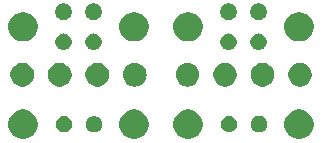
<source format=gbr>
G04 #@! TF.GenerationSoftware,KiCad,Pcbnew,5.0.1+dfsg1-3~bpo9+1*
G04 #@! TF.CreationDate,2018-11-18T10:39:03-07:00*
G04 #@! TF.ProjectId,Cube-Balls,437562652D42616C6C732E6B69636164,rev?*
G04 #@! TF.SameCoordinates,Original*
G04 #@! TF.FileFunction,Soldermask,Bot*
G04 #@! TF.FilePolarity,Negative*
%FSLAX46Y46*%
G04 Gerber Fmt 4.6, Leading zero omitted, Abs format (unit mm)*
G04 Created by KiCad (PCBNEW 5.0.1+dfsg1-3~bpo9+1) date Sun 18 Nov 2018 10:39:03 AM MST*
%MOMM*%
%LPD*%
G01*
G04 APERTURE LIST*
%ADD10C,0.100000*%
G04 APERTURE END LIST*
D10*
G36*
X50148518Y-46042344D02*
X50375946Y-46136548D01*
X50580625Y-46273310D01*
X50754690Y-46447375D01*
X50891452Y-46652054D01*
X50985656Y-46879482D01*
X51033680Y-47120917D01*
X51033680Y-47367083D01*
X50985656Y-47608518D01*
X50891452Y-47835946D01*
X50754690Y-48040625D01*
X50580625Y-48214690D01*
X50375946Y-48351452D01*
X50148518Y-48445656D01*
X49907083Y-48493680D01*
X49660917Y-48493680D01*
X49419482Y-48445656D01*
X49192054Y-48351452D01*
X48987375Y-48214690D01*
X48813310Y-48040625D01*
X48676548Y-47835946D01*
X48582344Y-47608518D01*
X48534320Y-47367083D01*
X48534320Y-47120917D01*
X48582344Y-46879482D01*
X48676548Y-46652054D01*
X48813310Y-46447375D01*
X48987375Y-46273310D01*
X49192054Y-46136548D01*
X49419482Y-46042344D01*
X49660917Y-45994320D01*
X49907083Y-45994320D01*
X50148518Y-46042344D01*
X50148518Y-46042344D01*
G37*
G36*
X40750518Y-46042344D02*
X40977946Y-46136548D01*
X41182625Y-46273310D01*
X41356690Y-46447375D01*
X41493452Y-46652054D01*
X41587656Y-46879482D01*
X41635680Y-47120917D01*
X41635680Y-47367083D01*
X41587656Y-47608518D01*
X41493452Y-47835946D01*
X41356690Y-48040625D01*
X41182625Y-48214690D01*
X40977946Y-48351452D01*
X40750518Y-48445656D01*
X40509083Y-48493680D01*
X40262917Y-48493680D01*
X40021482Y-48445656D01*
X39794054Y-48351452D01*
X39589375Y-48214690D01*
X39415310Y-48040625D01*
X39278548Y-47835946D01*
X39184344Y-47608518D01*
X39136320Y-47367083D01*
X39136320Y-47120917D01*
X39184344Y-46879482D01*
X39278548Y-46652054D01*
X39415310Y-46447375D01*
X39589375Y-46273310D01*
X39794054Y-46136548D01*
X40021482Y-46042344D01*
X40262917Y-45994320D01*
X40509083Y-45994320D01*
X40750518Y-46042344D01*
X40750518Y-46042344D01*
G37*
G36*
X64118518Y-46042344D02*
X64345946Y-46136548D01*
X64550625Y-46273310D01*
X64724690Y-46447375D01*
X64861452Y-46652054D01*
X64955656Y-46879482D01*
X65003680Y-47120917D01*
X65003680Y-47367083D01*
X64955656Y-47608518D01*
X64861452Y-47835946D01*
X64724690Y-48040625D01*
X64550625Y-48214690D01*
X64345946Y-48351452D01*
X64118518Y-48445656D01*
X63877083Y-48493680D01*
X63630917Y-48493680D01*
X63389482Y-48445656D01*
X63162054Y-48351452D01*
X62957375Y-48214690D01*
X62783310Y-48040625D01*
X62646548Y-47835946D01*
X62552344Y-47608518D01*
X62504320Y-47367083D01*
X62504320Y-47120917D01*
X62552344Y-46879482D01*
X62646548Y-46652054D01*
X62783310Y-46447375D01*
X62957375Y-46273310D01*
X63162054Y-46136548D01*
X63389482Y-46042344D01*
X63630917Y-45994320D01*
X63877083Y-45994320D01*
X64118518Y-46042344D01*
X64118518Y-46042344D01*
G37*
G36*
X54720518Y-46042344D02*
X54947946Y-46136548D01*
X55152625Y-46273310D01*
X55326690Y-46447375D01*
X55463452Y-46652054D01*
X55557656Y-46879482D01*
X55605680Y-47120917D01*
X55605680Y-47367083D01*
X55557656Y-47608518D01*
X55463452Y-47835946D01*
X55326690Y-48040625D01*
X55152625Y-48214690D01*
X54947946Y-48351452D01*
X54720518Y-48445656D01*
X54479083Y-48493680D01*
X54232917Y-48493680D01*
X53991482Y-48445656D01*
X53764054Y-48351452D01*
X53559375Y-48214690D01*
X53385310Y-48040625D01*
X53248548Y-47835946D01*
X53154344Y-47608518D01*
X53106320Y-47367083D01*
X53106320Y-47120917D01*
X53154344Y-46879482D01*
X53248548Y-46652054D01*
X53385310Y-46447375D01*
X53559375Y-46273310D01*
X53764054Y-46136548D01*
X53991482Y-46042344D01*
X54232917Y-45994320D01*
X54479083Y-45994320D01*
X54720518Y-46042344D01*
X54720518Y-46042344D01*
G37*
G36*
X44059183Y-46570900D02*
X44172089Y-46617668D01*
X44186574Y-46623668D01*
X44292246Y-46694275D01*
X44301225Y-46700275D01*
X44398725Y-46797775D01*
X44475332Y-46912426D01*
X44528100Y-47039817D01*
X44555000Y-47175055D01*
X44555000Y-47312945D01*
X44528100Y-47448183D01*
X44477817Y-47569574D01*
X44475332Y-47575574D01*
X44398726Y-47690224D01*
X44301224Y-47787726D01*
X44229060Y-47835944D01*
X44186574Y-47864332D01*
X44059183Y-47917100D01*
X43923945Y-47944000D01*
X43786055Y-47944000D01*
X43650817Y-47917100D01*
X43523426Y-47864332D01*
X43480940Y-47835944D01*
X43408776Y-47787726D01*
X43311274Y-47690224D01*
X43234668Y-47575574D01*
X43232183Y-47569574D01*
X43181900Y-47448183D01*
X43155000Y-47312945D01*
X43155000Y-47175055D01*
X43181900Y-47039817D01*
X43234668Y-46912426D01*
X43311275Y-46797775D01*
X43408775Y-46700275D01*
X43417755Y-46694275D01*
X43523426Y-46623668D01*
X43537911Y-46617668D01*
X43650817Y-46570900D01*
X43786055Y-46544000D01*
X43923945Y-46544000D01*
X44059183Y-46570900D01*
X44059183Y-46570900D01*
G37*
G36*
X46532224Y-46554128D02*
X46664175Y-46594155D01*
X46785781Y-46659155D01*
X46892370Y-46746630D01*
X46979845Y-46853219D01*
X47044845Y-46974825D01*
X47084872Y-47106776D01*
X47098387Y-47244000D01*
X47084872Y-47381224D01*
X47044845Y-47513175D01*
X46979845Y-47634781D01*
X46892370Y-47741370D01*
X46785781Y-47828845D01*
X46664175Y-47893845D01*
X46532224Y-47933872D01*
X46429390Y-47944000D01*
X46360610Y-47944000D01*
X46257776Y-47933872D01*
X46125825Y-47893845D01*
X46004219Y-47828845D01*
X45897630Y-47741370D01*
X45810155Y-47634781D01*
X45745155Y-47513175D01*
X45705128Y-47381224D01*
X45691613Y-47244000D01*
X45705128Y-47106776D01*
X45745155Y-46974825D01*
X45810155Y-46853219D01*
X45897630Y-46746630D01*
X46004219Y-46659155D01*
X46125825Y-46594155D01*
X46257776Y-46554128D01*
X46360610Y-46544000D01*
X46429390Y-46544000D01*
X46532224Y-46554128D01*
X46532224Y-46554128D01*
G37*
G36*
X60502224Y-46548128D02*
X60634175Y-46588155D01*
X60755781Y-46653155D01*
X60862370Y-46740630D01*
X60949845Y-46847219D01*
X61014845Y-46968825D01*
X61054872Y-47100776D01*
X61068387Y-47238000D01*
X61054872Y-47375224D01*
X61014845Y-47507175D01*
X60949845Y-47628781D01*
X60862370Y-47735370D01*
X60755781Y-47822845D01*
X60634175Y-47887845D01*
X60502224Y-47927872D01*
X60399390Y-47938000D01*
X60330610Y-47938000D01*
X60227776Y-47927872D01*
X60095825Y-47887845D01*
X59974219Y-47822845D01*
X59867630Y-47735370D01*
X59780155Y-47628781D01*
X59715155Y-47507175D01*
X59675128Y-47375224D01*
X59661613Y-47238000D01*
X59675128Y-47100776D01*
X59715155Y-46968825D01*
X59780155Y-46847219D01*
X59867630Y-46740630D01*
X59974219Y-46653155D01*
X60095825Y-46588155D01*
X60227776Y-46548128D01*
X60330610Y-46538000D01*
X60399390Y-46538000D01*
X60502224Y-46548128D01*
X60502224Y-46548128D01*
G37*
G36*
X58029183Y-46564900D02*
X58156574Y-46617668D01*
X58271224Y-46694274D01*
X58368726Y-46791776D01*
X58409781Y-46853220D01*
X58445332Y-46906426D01*
X58498100Y-47033817D01*
X58525000Y-47169055D01*
X58525000Y-47306945D01*
X58498100Y-47442183D01*
X58468692Y-47513178D01*
X58445332Y-47569574D01*
X58368726Y-47684224D01*
X58271224Y-47781726D01*
X58200705Y-47828845D01*
X58156574Y-47858332D01*
X58029183Y-47911100D01*
X57893945Y-47938000D01*
X57756055Y-47938000D01*
X57620817Y-47911100D01*
X57493426Y-47858332D01*
X57449295Y-47828845D01*
X57378776Y-47781726D01*
X57281274Y-47684224D01*
X57204668Y-47569574D01*
X57181308Y-47513178D01*
X57151900Y-47442183D01*
X57125000Y-47306945D01*
X57125000Y-47169055D01*
X57151900Y-47033817D01*
X57204668Y-46906426D01*
X57240219Y-46853220D01*
X57281274Y-46791776D01*
X57378776Y-46694274D01*
X57493426Y-46617668D01*
X57620817Y-46564900D01*
X57756055Y-46538000D01*
X57893945Y-46538000D01*
X58029183Y-46564900D01*
X58029183Y-46564900D01*
G37*
G36*
X43789038Y-42091919D02*
X43970937Y-42167264D01*
X44134641Y-42276648D01*
X44273852Y-42415859D01*
X44383236Y-42579563D01*
X44458581Y-42761462D01*
X44496990Y-42954557D01*
X44496990Y-43151443D01*
X44458581Y-43344538D01*
X44383236Y-43526437D01*
X44273852Y-43690141D01*
X44134641Y-43829352D01*
X43970937Y-43938736D01*
X43789038Y-44014081D01*
X43595943Y-44052490D01*
X43399057Y-44052490D01*
X43205962Y-44014081D01*
X43024063Y-43938736D01*
X42860359Y-43829352D01*
X42721148Y-43690141D01*
X42611764Y-43526437D01*
X42536419Y-43344538D01*
X42498010Y-43151443D01*
X42498010Y-42954557D01*
X42536419Y-42761462D01*
X42611764Y-42579563D01*
X42721148Y-42415859D01*
X42860359Y-42276648D01*
X43024063Y-42167264D01*
X43205962Y-42091919D01*
X43399057Y-42053510D01*
X43595943Y-42053510D01*
X43789038Y-42091919D01*
X43789038Y-42091919D01*
G37*
G36*
X40614038Y-42091919D02*
X40795937Y-42167264D01*
X40959641Y-42276648D01*
X41098852Y-42415859D01*
X41208236Y-42579563D01*
X41283581Y-42761462D01*
X41321990Y-42954557D01*
X41321990Y-43151443D01*
X41283581Y-43344538D01*
X41208236Y-43526437D01*
X41098852Y-43690141D01*
X40959641Y-43829352D01*
X40795937Y-43938736D01*
X40614038Y-44014081D01*
X40420943Y-44052490D01*
X40224057Y-44052490D01*
X40030962Y-44014081D01*
X39849063Y-43938736D01*
X39685359Y-43829352D01*
X39546148Y-43690141D01*
X39436764Y-43526437D01*
X39361419Y-43344538D01*
X39323010Y-43151443D01*
X39323010Y-42954557D01*
X39361419Y-42761462D01*
X39436764Y-42579563D01*
X39546148Y-42415859D01*
X39685359Y-42276648D01*
X39849063Y-42167264D01*
X40030962Y-42091919D01*
X40224057Y-42053510D01*
X40420943Y-42053510D01*
X40614038Y-42091919D01*
X40614038Y-42091919D01*
G37*
G36*
X46964038Y-42091919D02*
X47145937Y-42167264D01*
X47309641Y-42276648D01*
X47448852Y-42415859D01*
X47558236Y-42579563D01*
X47633581Y-42761462D01*
X47671990Y-42954557D01*
X47671990Y-43151443D01*
X47633581Y-43344538D01*
X47558236Y-43526437D01*
X47448852Y-43690141D01*
X47309641Y-43829352D01*
X47145937Y-43938736D01*
X46964038Y-44014081D01*
X46770943Y-44052490D01*
X46574057Y-44052490D01*
X46380962Y-44014081D01*
X46199063Y-43938736D01*
X46035359Y-43829352D01*
X45896148Y-43690141D01*
X45786764Y-43526437D01*
X45711419Y-43344538D01*
X45673010Y-43151443D01*
X45673010Y-42954557D01*
X45711419Y-42761462D01*
X45786764Y-42579563D01*
X45896148Y-42415859D01*
X46035359Y-42276648D01*
X46199063Y-42167264D01*
X46380962Y-42091919D01*
X46574057Y-42053510D01*
X46770943Y-42053510D01*
X46964038Y-42091919D01*
X46964038Y-42091919D01*
G37*
G36*
X50022458Y-42065906D02*
X50043435Y-42067972D01*
X50090535Y-42082260D01*
X50231839Y-42125124D01*
X50405474Y-42217933D01*
X50557666Y-42342834D01*
X50682567Y-42495026D01*
X50775376Y-42668661D01*
X50832528Y-42857066D01*
X50851826Y-43053000D01*
X50832528Y-43248934D01*
X50775376Y-43437339D01*
X50682567Y-43610974D01*
X50557666Y-43763166D01*
X50405474Y-43888067D01*
X50231839Y-43980876D01*
X50090535Y-44023740D01*
X50043435Y-44038028D01*
X50022458Y-44040094D01*
X49896600Y-44052490D01*
X49798400Y-44052490D01*
X49672542Y-44040094D01*
X49651565Y-44038028D01*
X49604465Y-44023740D01*
X49463161Y-43980876D01*
X49289526Y-43888067D01*
X49137334Y-43763166D01*
X49012433Y-43610974D01*
X48919624Y-43437339D01*
X48862472Y-43248934D01*
X48843174Y-43053000D01*
X48862472Y-42857066D01*
X48919624Y-42668661D01*
X49012433Y-42495026D01*
X49137334Y-42342834D01*
X49289526Y-42217933D01*
X49463161Y-42125124D01*
X49604465Y-42082260D01*
X49651565Y-42067972D01*
X49672542Y-42065906D01*
X49798400Y-42053510D01*
X49896600Y-42053510D01*
X50022458Y-42065906D01*
X50022458Y-42065906D01*
G37*
G36*
X57776538Y-42091919D02*
X57958437Y-42167264D01*
X58122141Y-42276648D01*
X58261352Y-42415859D01*
X58370736Y-42579563D01*
X58446081Y-42761462D01*
X58484490Y-42954557D01*
X58484490Y-43151443D01*
X58446081Y-43344538D01*
X58370736Y-43526437D01*
X58261352Y-43690141D01*
X58122141Y-43829352D01*
X57958437Y-43938736D01*
X57776538Y-44014081D01*
X57583443Y-44052490D01*
X57386557Y-44052490D01*
X57193462Y-44014081D01*
X57011563Y-43938736D01*
X56847859Y-43829352D01*
X56708648Y-43690141D01*
X56599264Y-43526437D01*
X56523919Y-43344538D01*
X56485510Y-43151443D01*
X56485510Y-42954557D01*
X56523919Y-42761462D01*
X56599264Y-42579563D01*
X56708648Y-42415859D01*
X56847859Y-42276648D01*
X57011563Y-42167264D01*
X57193462Y-42091919D01*
X57386557Y-42053510D01*
X57583443Y-42053510D01*
X57776538Y-42091919D01*
X57776538Y-42091919D01*
G37*
G36*
X64126538Y-42091919D02*
X64308437Y-42167264D01*
X64472141Y-42276648D01*
X64611352Y-42415859D01*
X64720736Y-42579563D01*
X64796081Y-42761462D01*
X64834490Y-42954557D01*
X64834490Y-43151443D01*
X64796081Y-43344538D01*
X64720736Y-43526437D01*
X64611352Y-43690141D01*
X64472141Y-43829352D01*
X64308437Y-43938736D01*
X64126538Y-44014081D01*
X63933443Y-44052490D01*
X63736557Y-44052490D01*
X63543462Y-44014081D01*
X63361563Y-43938736D01*
X63197859Y-43829352D01*
X63058648Y-43690141D01*
X62949264Y-43526437D01*
X62873919Y-43344538D01*
X62835510Y-43151443D01*
X62835510Y-42954557D01*
X62873919Y-42761462D01*
X62949264Y-42579563D01*
X63058648Y-42415859D01*
X63197859Y-42276648D01*
X63361563Y-42167264D01*
X63543462Y-42091919D01*
X63736557Y-42053510D01*
X63933443Y-42053510D01*
X64126538Y-42091919D01*
X64126538Y-42091919D01*
G37*
G36*
X54484958Y-42065906D02*
X54505935Y-42067972D01*
X54553035Y-42082260D01*
X54694339Y-42125124D01*
X54867974Y-42217933D01*
X55020166Y-42342834D01*
X55145067Y-42495026D01*
X55237876Y-42668661D01*
X55295028Y-42857066D01*
X55314326Y-43053000D01*
X55295028Y-43248934D01*
X55237876Y-43437339D01*
X55145067Y-43610974D01*
X55020166Y-43763166D01*
X54867974Y-43888067D01*
X54694339Y-43980876D01*
X54553035Y-44023740D01*
X54505935Y-44038028D01*
X54484958Y-44040094D01*
X54359100Y-44052490D01*
X54260900Y-44052490D01*
X54135042Y-44040094D01*
X54114065Y-44038028D01*
X54066965Y-44023740D01*
X53925661Y-43980876D01*
X53752026Y-43888067D01*
X53599834Y-43763166D01*
X53474933Y-43610974D01*
X53382124Y-43437339D01*
X53324972Y-43248934D01*
X53305674Y-43053000D01*
X53324972Y-42857066D01*
X53382124Y-42668661D01*
X53474933Y-42495026D01*
X53599834Y-42342834D01*
X53752026Y-42217933D01*
X53925661Y-42125124D01*
X54066965Y-42082260D01*
X54114065Y-42067972D01*
X54135042Y-42065906D01*
X54260900Y-42053510D01*
X54359100Y-42053510D01*
X54484958Y-42065906D01*
X54484958Y-42065906D01*
G37*
G36*
X60951538Y-42091919D02*
X61133437Y-42167264D01*
X61297141Y-42276648D01*
X61436352Y-42415859D01*
X61545736Y-42579563D01*
X61621081Y-42761462D01*
X61659490Y-42954557D01*
X61659490Y-43151443D01*
X61621081Y-43344538D01*
X61545736Y-43526437D01*
X61436352Y-43690141D01*
X61297141Y-43829352D01*
X61133437Y-43938736D01*
X60951538Y-44014081D01*
X60758443Y-44052490D01*
X60561557Y-44052490D01*
X60368462Y-44014081D01*
X60186563Y-43938736D01*
X60022859Y-43829352D01*
X59883648Y-43690141D01*
X59774264Y-43526437D01*
X59698919Y-43344538D01*
X59660510Y-43151443D01*
X59660510Y-42954557D01*
X59698919Y-42761462D01*
X59774264Y-42579563D01*
X59883648Y-42415859D01*
X60022859Y-42276648D01*
X60186563Y-42167264D01*
X60368462Y-42091919D01*
X60561557Y-42053510D01*
X60758443Y-42053510D01*
X60951538Y-42091919D01*
X60951538Y-42091919D01*
G37*
G36*
X43952224Y-39569128D02*
X44084175Y-39609155D01*
X44205781Y-39674155D01*
X44312370Y-39761630D01*
X44399845Y-39868219D01*
X44464845Y-39989825D01*
X44504872Y-40121776D01*
X44518387Y-40259000D01*
X44504872Y-40396224D01*
X44464845Y-40528175D01*
X44399845Y-40649781D01*
X44312370Y-40756370D01*
X44205781Y-40843845D01*
X44084175Y-40908845D01*
X43952224Y-40948872D01*
X43849390Y-40959000D01*
X43780610Y-40959000D01*
X43677776Y-40948872D01*
X43545825Y-40908845D01*
X43424219Y-40843845D01*
X43317630Y-40756370D01*
X43230155Y-40649781D01*
X43165155Y-40528175D01*
X43125128Y-40396224D01*
X43111613Y-40259000D01*
X43125128Y-40121776D01*
X43165155Y-39989825D01*
X43230155Y-39868219D01*
X43317630Y-39761630D01*
X43424219Y-39674155D01*
X43545825Y-39609155D01*
X43677776Y-39569128D01*
X43780610Y-39559000D01*
X43849390Y-39559000D01*
X43952224Y-39569128D01*
X43952224Y-39569128D01*
G37*
G36*
X46492224Y-39569128D02*
X46624175Y-39609155D01*
X46745781Y-39674155D01*
X46852370Y-39761630D01*
X46939845Y-39868219D01*
X47004845Y-39989825D01*
X47044872Y-40121776D01*
X47058387Y-40259000D01*
X47044872Y-40396224D01*
X47004845Y-40528175D01*
X46939845Y-40649781D01*
X46852370Y-40756370D01*
X46745781Y-40843845D01*
X46624175Y-40908845D01*
X46492224Y-40948872D01*
X46389390Y-40959000D01*
X46320610Y-40959000D01*
X46217776Y-40948872D01*
X46085825Y-40908845D01*
X45964219Y-40843845D01*
X45857630Y-40756370D01*
X45770155Y-40649781D01*
X45705155Y-40528175D01*
X45665128Y-40396224D01*
X45651613Y-40259000D01*
X45665128Y-40121776D01*
X45705155Y-39989825D01*
X45770155Y-39868219D01*
X45857630Y-39761630D01*
X45964219Y-39674155D01*
X46085825Y-39609155D01*
X46217776Y-39569128D01*
X46320610Y-39559000D01*
X46389390Y-39559000D01*
X46492224Y-39569128D01*
X46492224Y-39569128D01*
G37*
G36*
X57922224Y-39569128D02*
X58054175Y-39609155D01*
X58175781Y-39674155D01*
X58282370Y-39761630D01*
X58369845Y-39868219D01*
X58434845Y-39989825D01*
X58474872Y-40121776D01*
X58488387Y-40259000D01*
X58474872Y-40396224D01*
X58434845Y-40528175D01*
X58369845Y-40649781D01*
X58282370Y-40756370D01*
X58175781Y-40843845D01*
X58054175Y-40908845D01*
X57922224Y-40948872D01*
X57819390Y-40959000D01*
X57750610Y-40959000D01*
X57647776Y-40948872D01*
X57515825Y-40908845D01*
X57394219Y-40843845D01*
X57287630Y-40756370D01*
X57200155Y-40649781D01*
X57135155Y-40528175D01*
X57095128Y-40396224D01*
X57081613Y-40259000D01*
X57095128Y-40121776D01*
X57135155Y-39989825D01*
X57200155Y-39868219D01*
X57287630Y-39761630D01*
X57394219Y-39674155D01*
X57515825Y-39609155D01*
X57647776Y-39569128D01*
X57750610Y-39559000D01*
X57819390Y-39559000D01*
X57922224Y-39569128D01*
X57922224Y-39569128D01*
G37*
G36*
X60462224Y-39569128D02*
X60594175Y-39609155D01*
X60715781Y-39674155D01*
X60822370Y-39761630D01*
X60909845Y-39868219D01*
X60974845Y-39989825D01*
X61014872Y-40121776D01*
X61028387Y-40259000D01*
X61014872Y-40396224D01*
X60974845Y-40528175D01*
X60909845Y-40649781D01*
X60822370Y-40756370D01*
X60715781Y-40843845D01*
X60594175Y-40908845D01*
X60462224Y-40948872D01*
X60359390Y-40959000D01*
X60290610Y-40959000D01*
X60187776Y-40948872D01*
X60055825Y-40908845D01*
X59934219Y-40843845D01*
X59827630Y-40756370D01*
X59740155Y-40649781D01*
X59675155Y-40528175D01*
X59635128Y-40396224D01*
X59621613Y-40259000D01*
X59635128Y-40121776D01*
X59675155Y-39989825D01*
X59740155Y-39868219D01*
X59827630Y-39761630D01*
X59934219Y-39674155D01*
X60055825Y-39609155D01*
X60187776Y-39569128D01*
X60290610Y-39559000D01*
X60359390Y-39559000D01*
X60462224Y-39569128D01*
X60462224Y-39569128D01*
G37*
G36*
X64118518Y-37787344D02*
X64345946Y-37881548D01*
X64550625Y-38018310D01*
X64724690Y-38192375D01*
X64861452Y-38397054D01*
X64955656Y-38624482D01*
X65003680Y-38865917D01*
X65003680Y-39112083D01*
X64955656Y-39353518D01*
X64861452Y-39580946D01*
X64724690Y-39785625D01*
X64550625Y-39959690D01*
X64345946Y-40096452D01*
X64118518Y-40190656D01*
X63877083Y-40238680D01*
X63630917Y-40238680D01*
X63389482Y-40190656D01*
X63162054Y-40096452D01*
X62957375Y-39959690D01*
X62783310Y-39785625D01*
X62646548Y-39580946D01*
X62552344Y-39353518D01*
X62504320Y-39112083D01*
X62504320Y-38865917D01*
X62552344Y-38624482D01*
X62646548Y-38397054D01*
X62783310Y-38192375D01*
X62957375Y-38018310D01*
X63162054Y-37881548D01*
X63389482Y-37787344D01*
X63630917Y-37739320D01*
X63877083Y-37739320D01*
X64118518Y-37787344D01*
X64118518Y-37787344D01*
G37*
G36*
X50148518Y-37787344D02*
X50375946Y-37881548D01*
X50580625Y-38018310D01*
X50754690Y-38192375D01*
X50891452Y-38397054D01*
X50985656Y-38624482D01*
X51033680Y-38865917D01*
X51033680Y-39112083D01*
X50985656Y-39353518D01*
X50891452Y-39580946D01*
X50754690Y-39785625D01*
X50580625Y-39959690D01*
X50375946Y-40096452D01*
X50148518Y-40190656D01*
X49907083Y-40238680D01*
X49660917Y-40238680D01*
X49419482Y-40190656D01*
X49192054Y-40096452D01*
X48987375Y-39959690D01*
X48813310Y-39785625D01*
X48676548Y-39580946D01*
X48582344Y-39353518D01*
X48534320Y-39112083D01*
X48534320Y-38865917D01*
X48582344Y-38624482D01*
X48676548Y-38397054D01*
X48813310Y-38192375D01*
X48987375Y-38018310D01*
X49192054Y-37881548D01*
X49419482Y-37787344D01*
X49660917Y-37739320D01*
X49907083Y-37739320D01*
X50148518Y-37787344D01*
X50148518Y-37787344D01*
G37*
G36*
X40750518Y-37787344D02*
X40977946Y-37881548D01*
X41182625Y-38018310D01*
X41356690Y-38192375D01*
X41493452Y-38397054D01*
X41587656Y-38624482D01*
X41635680Y-38865917D01*
X41635680Y-39112083D01*
X41587656Y-39353518D01*
X41493452Y-39580946D01*
X41356690Y-39785625D01*
X41182625Y-39959690D01*
X40977946Y-40096452D01*
X40750518Y-40190656D01*
X40509083Y-40238680D01*
X40262917Y-40238680D01*
X40021482Y-40190656D01*
X39794054Y-40096452D01*
X39589375Y-39959690D01*
X39415310Y-39785625D01*
X39278548Y-39580946D01*
X39184344Y-39353518D01*
X39136320Y-39112083D01*
X39136320Y-38865917D01*
X39184344Y-38624482D01*
X39278548Y-38397054D01*
X39415310Y-38192375D01*
X39589375Y-38018310D01*
X39794054Y-37881548D01*
X40021482Y-37787344D01*
X40262917Y-37739320D01*
X40509083Y-37739320D01*
X40750518Y-37787344D01*
X40750518Y-37787344D01*
G37*
G36*
X54720518Y-37787344D02*
X54947946Y-37881548D01*
X55152625Y-38018310D01*
X55326690Y-38192375D01*
X55463452Y-38397054D01*
X55557656Y-38624482D01*
X55605680Y-38865917D01*
X55605680Y-39112083D01*
X55557656Y-39353518D01*
X55463452Y-39580946D01*
X55326690Y-39785625D01*
X55152625Y-39959690D01*
X54947946Y-40096452D01*
X54720518Y-40190656D01*
X54479083Y-40238680D01*
X54232917Y-40238680D01*
X53991482Y-40190656D01*
X53764054Y-40096452D01*
X53559375Y-39959690D01*
X53385310Y-39785625D01*
X53248548Y-39580946D01*
X53154344Y-39353518D01*
X53106320Y-39112083D01*
X53106320Y-38865917D01*
X53154344Y-38624482D01*
X53248548Y-38397054D01*
X53385310Y-38192375D01*
X53559375Y-38018310D01*
X53764054Y-37881548D01*
X53991482Y-37787344D01*
X54232917Y-37739320D01*
X54479083Y-37739320D01*
X54720518Y-37787344D01*
X54720518Y-37787344D01*
G37*
G36*
X46559183Y-37045900D02*
X46686574Y-37098668D01*
X46801225Y-37175275D01*
X46898725Y-37272775D01*
X46975332Y-37387426D01*
X47028100Y-37514817D01*
X47055000Y-37650055D01*
X47055000Y-37787945D01*
X47028100Y-37923183D01*
X46975332Y-38050574D01*
X46898725Y-38165225D01*
X46801225Y-38262725D01*
X46686574Y-38339332D01*
X46559183Y-38392100D01*
X46423945Y-38419000D01*
X46286055Y-38419000D01*
X46150817Y-38392100D01*
X46023426Y-38339332D01*
X45908775Y-38262725D01*
X45811275Y-38165225D01*
X45734668Y-38050574D01*
X45681900Y-37923183D01*
X45655000Y-37787945D01*
X45655000Y-37650055D01*
X45681900Y-37514817D01*
X45734668Y-37387426D01*
X45811275Y-37272775D01*
X45908775Y-37175275D01*
X46023426Y-37098668D01*
X46150817Y-37045900D01*
X46286055Y-37019000D01*
X46423945Y-37019000D01*
X46559183Y-37045900D01*
X46559183Y-37045900D01*
G37*
G36*
X44019183Y-37045900D02*
X44146574Y-37098668D01*
X44261225Y-37175275D01*
X44358725Y-37272775D01*
X44435332Y-37387426D01*
X44488100Y-37514817D01*
X44515000Y-37650055D01*
X44515000Y-37787945D01*
X44488100Y-37923183D01*
X44435332Y-38050574D01*
X44358725Y-38165225D01*
X44261225Y-38262725D01*
X44146574Y-38339332D01*
X44019183Y-38392100D01*
X43883945Y-38419000D01*
X43746055Y-38419000D01*
X43610817Y-38392100D01*
X43483426Y-38339332D01*
X43368775Y-38262725D01*
X43271275Y-38165225D01*
X43194668Y-38050574D01*
X43141900Y-37923183D01*
X43115000Y-37787945D01*
X43115000Y-37650055D01*
X43141900Y-37514817D01*
X43194668Y-37387426D01*
X43271275Y-37272775D01*
X43368775Y-37175275D01*
X43483426Y-37098668D01*
X43610817Y-37045900D01*
X43746055Y-37019000D01*
X43883945Y-37019000D01*
X44019183Y-37045900D01*
X44019183Y-37045900D01*
G37*
G36*
X57989183Y-37045900D02*
X58116574Y-37098668D01*
X58231225Y-37175275D01*
X58328725Y-37272775D01*
X58405332Y-37387426D01*
X58458100Y-37514817D01*
X58485000Y-37650055D01*
X58485000Y-37787945D01*
X58458100Y-37923183D01*
X58405332Y-38050574D01*
X58328725Y-38165225D01*
X58231225Y-38262725D01*
X58116574Y-38339332D01*
X57989183Y-38392100D01*
X57853945Y-38419000D01*
X57716055Y-38419000D01*
X57580817Y-38392100D01*
X57453426Y-38339332D01*
X57338775Y-38262725D01*
X57241275Y-38165225D01*
X57164668Y-38050574D01*
X57111900Y-37923183D01*
X57085000Y-37787945D01*
X57085000Y-37650055D01*
X57111900Y-37514817D01*
X57164668Y-37387426D01*
X57241275Y-37272775D01*
X57338775Y-37175275D01*
X57453426Y-37098668D01*
X57580817Y-37045900D01*
X57716055Y-37019000D01*
X57853945Y-37019000D01*
X57989183Y-37045900D01*
X57989183Y-37045900D01*
G37*
G36*
X60529183Y-37045900D02*
X60656574Y-37098668D01*
X60771225Y-37175275D01*
X60868725Y-37272775D01*
X60945332Y-37387426D01*
X60998100Y-37514817D01*
X61025000Y-37650055D01*
X61025000Y-37787945D01*
X60998100Y-37923183D01*
X60945332Y-38050574D01*
X60868725Y-38165225D01*
X60771225Y-38262725D01*
X60656574Y-38339332D01*
X60529183Y-38392100D01*
X60393945Y-38419000D01*
X60256055Y-38419000D01*
X60120817Y-38392100D01*
X59993426Y-38339332D01*
X59878775Y-38262725D01*
X59781275Y-38165225D01*
X59704668Y-38050574D01*
X59651900Y-37923183D01*
X59625000Y-37787945D01*
X59625000Y-37650055D01*
X59651900Y-37514817D01*
X59704668Y-37387426D01*
X59781275Y-37272775D01*
X59878775Y-37175275D01*
X59993426Y-37098668D01*
X60120817Y-37045900D01*
X60256055Y-37019000D01*
X60393945Y-37019000D01*
X60529183Y-37045900D01*
X60529183Y-37045900D01*
G37*
M02*

</source>
